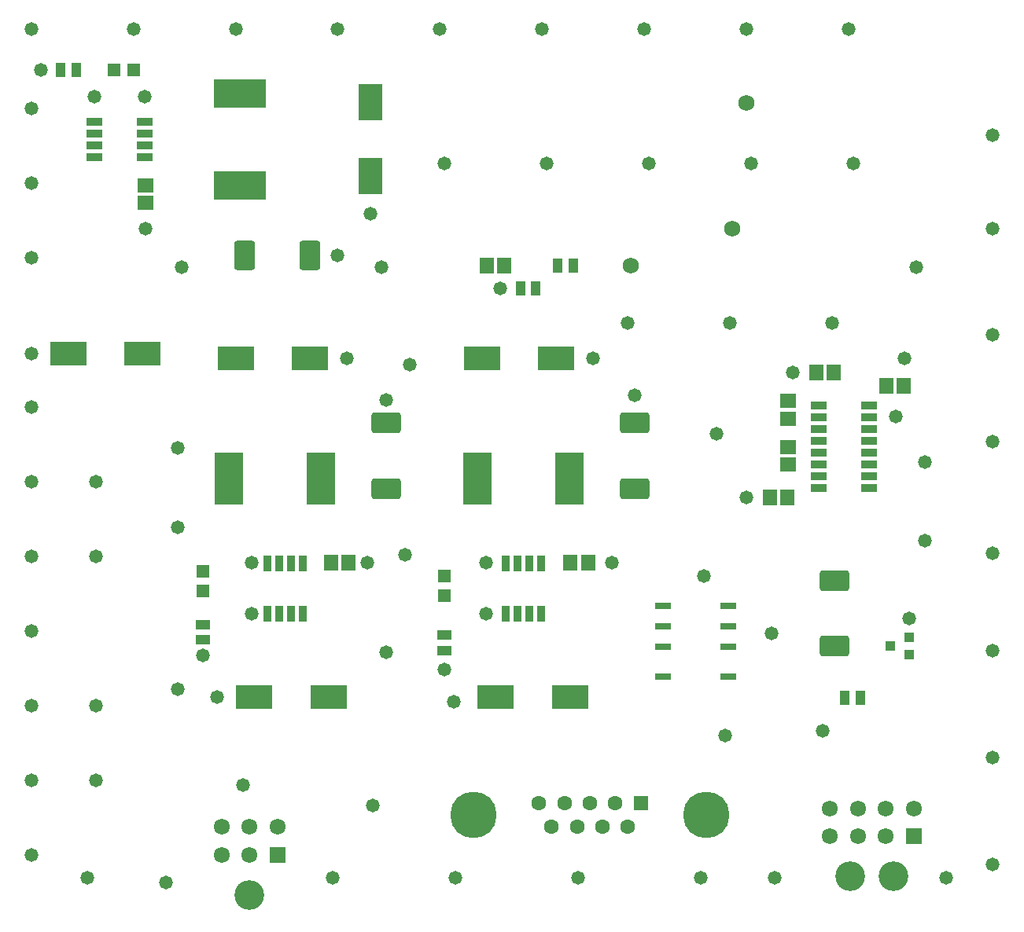
<source format=gbr>
%TF.GenerationSoftware,Altium Limited,Altium Designer,25.6.2 (33)*%
G04 Layer_Color=8388736*
%FSLAX45Y45*%
%MOMM*%
%TF.SameCoordinates,A7DCC95B-C82A-44D7-B00A-882B20F37DA3*%
%TF.FilePolarity,Negative*%
%TF.FileFunction,Soldermask,Top*%
%TF.Part,Single*%
G01*
G75*
%TA.AperFunction,SMDPad,CuDef*%
%ADD10R,1.80000X0.80000*%
%ADD12R,4.00000X2.50000*%
%ADD19R,2.50000X4.00000*%
%ADD43R,1.55320X1.05320*%
%ADD44R,0.85320X1.72820*%
%ADD45R,1.60320X1.70320*%
%ADD46R,1.72820X0.85320*%
%ADD47R,1.05320X1.55320*%
G04:AMPARAMS|DCode=48|XSize=2.2732mm|YSize=3.2132mm|CornerRadius=0.36035mm|HoleSize=0mm|Usage=FLASHONLY|Rotation=0.000|XOffset=0mm|YOffset=0mm|HoleType=Round|Shape=RoundedRectangle|*
%AMROUNDEDRECTD48*
21,1,2.27320,2.49250,0,0,0.0*
21,1,1.55250,3.21320,0,0,0.0*
1,1,0.72070,0.77625,-1.24625*
1,1,0.72070,-0.77625,-1.24625*
1,1,0.72070,-0.77625,1.24625*
1,1,0.72070,0.77625,1.24625*
%
%ADD48ROUNDEDRECTD48*%
%ADD49R,1.70320X1.60320*%
G04:AMPARAMS|DCode=50|XSize=2.2732mm|YSize=3.2132mm|CornerRadius=0.36035mm|HoleSize=0mm|Usage=FLASHONLY|Rotation=90.000|XOffset=0mm|YOffset=0mm|HoleType=Round|Shape=RoundedRectangle|*
%AMROUNDEDRECTD50*
21,1,2.27320,2.49250,0,0,90.0*
21,1,1.55250,3.21320,0,0,90.0*
1,1,0.72070,1.24625,0.77625*
1,1,0.72070,1.24625,-0.77625*
1,1,0.72070,-1.24625,-0.77625*
1,1,0.72070,-1.24625,0.77625*
%
%ADD50ROUNDEDRECTD50*%
%ADD51R,1.10320X1.00320*%
%ADD52R,3.10320X5.60320*%
%ADD53R,1.40320X1.40320*%
%ADD54R,5.60320X3.10320*%
%ADD55R,1.40320X1.40320*%
%TA.AperFunction,ViaPad*%
%ADD56C,1.72720*%
%TA.AperFunction,ComponentPad*%
%ADD57C,1.60320*%
%ADD58C,5.00320*%
%ADD59R,1.60320X1.60320*%
%ADD60C,1.72320*%
%ADD61R,1.72320X1.72320*%
%ADD62C,3.20320*%
%TA.AperFunction,ViaPad*%
%ADD63C,1.47320*%
D10*
X10750000Y5440000D02*
D03*
X10050000D02*
D03*
Y5120000D02*
D03*
X10750000D02*
D03*
Y5660000D02*
D03*
Y5880000D02*
D03*
X10050000D02*
D03*
Y5660000D02*
D03*
D12*
X3650000Y8600000D02*
D03*
X5650000Y4900000D02*
D03*
X6250000Y8550000D02*
D03*
X8250000Y4900000D02*
D03*
X8900000Y8550000D02*
D03*
X5450000Y8550000D02*
D03*
X4450000Y8600000D02*
D03*
X8100000Y8550000D02*
D03*
X9050000Y4900000D02*
D03*
X6450000D02*
D03*
D19*
X6900000Y10510000D02*
D03*
Y11310000D02*
D03*
D43*
X5100000Y5517500D02*
D03*
X7700000Y5403807D02*
D03*
Y5568807D02*
D03*
X5100000Y5682500D02*
D03*
D44*
X5920000Y5800000D02*
D03*
X6047000D02*
D03*
X6174000D02*
D03*
X5793000Y6342401D02*
D03*
Y5800000D02*
D03*
X8359500Y6342401D02*
D03*
X8486500Y5800000D02*
D03*
X8613500D02*
D03*
X8359500D02*
D03*
X8740500D02*
D03*
X5920000Y6342401D02*
D03*
X8613500D02*
D03*
X8486500D02*
D03*
X8740500D02*
D03*
X6047000D02*
D03*
X6174000D02*
D03*
D45*
X6665000Y6350000D02*
D03*
X9245000D02*
D03*
X11200001Y7049999D02*
D03*
X12645000Y8250000D02*
D03*
X11700001Y8399999D02*
D03*
X12455000Y8250000D02*
D03*
X11890001Y8399999D02*
D03*
X11390001Y7049999D02*
D03*
X8155000Y9550000D02*
D03*
X8345000D02*
D03*
X6475000Y6350000D02*
D03*
X9055000D02*
D03*
D46*
X3928800Y10973500D02*
D03*
Y10846500D02*
D03*
Y10719500D02*
D03*
Y11100500D02*
D03*
X4471200D02*
D03*
X12266200Y7917500D02*
D03*
Y8044500D02*
D03*
Y7790500D02*
D03*
Y7663500D02*
D03*
Y7536500D02*
D03*
Y7409500D02*
D03*
Y7282500D02*
D03*
Y7155500D02*
D03*
X11723800D02*
D03*
Y7282500D02*
D03*
Y7409500D02*
D03*
Y7536500D02*
D03*
Y7663500D02*
D03*
Y7790500D02*
D03*
Y7917500D02*
D03*
Y8044500D02*
D03*
X4471200Y10973500D02*
D03*
Y10846500D02*
D03*
Y10719500D02*
D03*
D47*
X3567500Y11660000D02*
D03*
X8517500Y9300000D02*
D03*
X12172879Y4895222D02*
D03*
X12007879D02*
D03*
X3732500Y11660000D02*
D03*
X9082500Y9550000D02*
D03*
X8917500D02*
D03*
X8682500Y9300000D02*
D03*
D48*
X6252500Y9660000D02*
D03*
X5547500D02*
D03*
D49*
X4477496Y10225585D02*
D03*
X11395000Y7405000D02*
D03*
Y7595000D02*
D03*
Y7899999D02*
D03*
Y8089999D02*
D03*
X4477496Y10415585D02*
D03*
D50*
X7070000Y7852500D02*
D03*
X9750000D02*
D03*
X11900000Y6152500D02*
D03*
Y5447500D02*
D03*
X9750000Y7147500D02*
D03*
X7070000D02*
D03*
D51*
X12700000Y5545000D02*
D03*
X12500000Y5450000D02*
D03*
X12700000Y5355000D02*
D03*
D52*
X5375000Y7250000D02*
D03*
X6365000D02*
D03*
X9044999D02*
D03*
X8054999D02*
D03*
D53*
X5100000Y6255000D02*
D03*
X7700000Y6205000D02*
D03*
Y5995000D02*
D03*
X5100000Y6045000D02*
D03*
D54*
X5500000Y11405000D02*
D03*
Y10415000D02*
D03*
D55*
X4355000Y11660000D02*
D03*
X4145000D02*
D03*
D56*
X9700000Y9550000D02*
D03*
X10800000Y9950000D02*
D03*
X10950000Y11300000D02*
D03*
D57*
X8715000Y3754000D02*
D03*
X8852000Y3500000D02*
D03*
X9126000D02*
D03*
X9400000D02*
D03*
X9674000D02*
D03*
X8989000Y3754000D02*
D03*
X9537000D02*
D03*
X9263000D02*
D03*
D58*
X8013000Y3627000D02*
D03*
X10513000D02*
D03*
D59*
X9811000Y3754000D02*
D03*
D60*
X5599999Y3500001D02*
D03*
X5299999Y3200001D02*
D03*
X11850000Y3400000D02*
D03*
Y3700000D02*
D03*
X12450000Y3400000D02*
D03*
X12750000Y3700000D02*
D03*
X12150000Y3400000D02*
D03*
X12450000Y3700000D02*
D03*
X12150000D02*
D03*
X5299999Y3500001D02*
D03*
X5599999Y3200001D02*
D03*
X5899999Y3500001D02*
D03*
D61*
Y3200001D02*
D03*
X12750000Y3400000D02*
D03*
D62*
X12534000Y2968000D02*
D03*
X12066000D02*
D03*
X5599999Y2768001D02*
D03*
D63*
X3950000Y7222726D02*
D03*
Y6418181D02*
D03*
Y4809090D02*
D03*
Y4004545D02*
D03*
X12773799Y9532500D02*
D03*
X11250000Y2950000D02*
D03*
X6923799Y3732500D02*
D03*
X7073799Y5382500D02*
D03*
X7273799Y6432500D02*
D03*
X5528727Y3953285D02*
D03*
X4823799Y4982500D02*
D03*
Y6732500D02*
D03*
Y7582500D02*
D03*
X4873799Y9532500D02*
D03*
X7023799D02*
D03*
X7323799Y8482500D02*
D03*
X10493799Y6202500D02*
D03*
X11223799Y5582500D02*
D03*
X10723799Y4482500D02*
D03*
X11773799Y4532500D02*
D03*
X12873799Y6582500D02*
D03*
Y7432500D02*
D03*
X10623799Y7732500D02*
D03*
X11873798Y8932500D02*
D03*
X10773799D02*
D03*
X9673799D02*
D03*
X7699999Y10650000D02*
D03*
X8799999D02*
D03*
X9899999D02*
D03*
X10999999D02*
D03*
X12099998D02*
D03*
X13600000Y4250000D02*
D03*
Y3100000D02*
D03*
X12049999Y12100000D02*
D03*
X10949999D02*
D03*
X9849999D02*
D03*
X8749999D02*
D03*
X7649999D02*
D03*
X6549999D02*
D03*
X5450000D02*
D03*
X4350000D02*
D03*
X3250000D02*
D03*
X13600000Y5400000D02*
D03*
Y6450000D02*
D03*
Y7650000D02*
D03*
Y8800000D02*
D03*
Y9950000D02*
D03*
Y10950000D02*
D03*
X13099998Y2950000D02*
D03*
X10457142D02*
D03*
X9135714D02*
D03*
X7814285D02*
D03*
X6492857D02*
D03*
X4700000Y2900000D02*
D03*
X3850000Y2950000D02*
D03*
X3250000Y3200000D02*
D03*
Y4004545D02*
D03*
Y4809090D02*
D03*
Y5613636D02*
D03*
Y6418181D02*
D03*
Y7222726D02*
D03*
Y8027271D02*
D03*
Y9636362D02*
D03*
X3250000Y10440907D02*
D03*
X3250000Y11245452D02*
D03*
X12700000Y5750000D02*
D03*
X5100000Y5350000D02*
D03*
X5250000Y4900000D02*
D03*
X5620000Y6350000D02*
D03*
Y5800000D02*
D03*
X6870000Y6350000D02*
D03*
X3250000Y8600000D02*
D03*
X3350000Y11660000D02*
D03*
X3929737Y11372432D02*
D03*
X4479190Y9946268D02*
D03*
X6650000Y8550000D02*
D03*
X6550000Y9660000D02*
D03*
X4470324Y11369185D02*
D03*
X7700000Y5200000D02*
D03*
X7800000Y4850000D02*
D03*
X8150000Y5800000D02*
D03*
Y6350000D02*
D03*
X10945000Y7049999D02*
D03*
X9500000Y6350000D02*
D03*
X7070000Y8100000D02*
D03*
X8300000Y9300000D02*
D03*
X6900000Y10110000D02*
D03*
X9300000Y8550000D02*
D03*
X9750000Y8150000D02*
D03*
X11445000Y8399999D02*
D03*
X12556372Y7926658D02*
D03*
X12650000Y8550000D02*
D03*
%TF.MD5,d78667211bf6321f05cb604b3cee16c3*%
M02*

</source>
